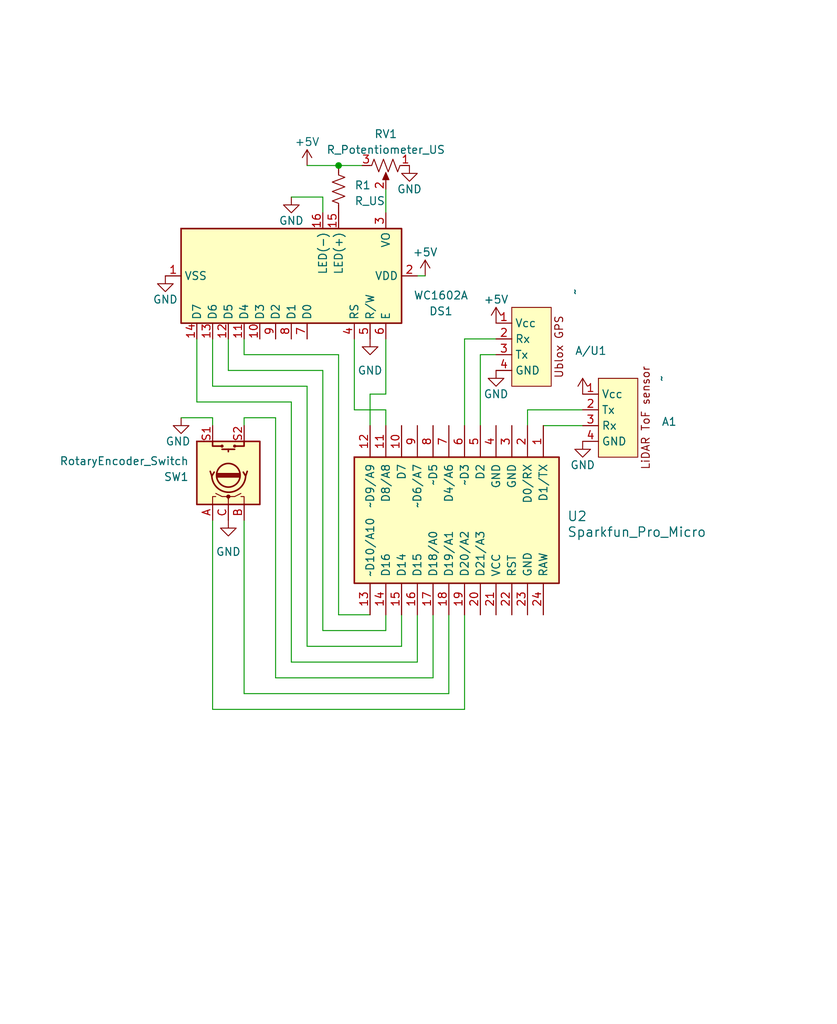
<source format=kicad_sch>
(kicad_sch (version 20230121) (generator eeschema)

  (uuid 45439d31-a558-4d1a-825e-cfd906e21c9b)

  (paper "User" 135.001 164.998)

  (title_block
    (title "RECAS Schematic")
    (date "2023-03-15")
    (rev "2")
    (company "Open-source Safety Analysis Tools (openSAT)")
    (comment 2 "Note: This wiring has not be tested yet, but theoretically works.")
    (comment 3 "Because of this, extra care must be taken to ensure correct wiring.")
    (comment 4 "Note: These components occupy both sides of the protoboard via through-hole connections.")
  )

  (lib_symbols
    (symbol "Arduino:Sparkfun_Pro_Micro" (pin_names (offset 1.016)) (in_bom yes) (on_board yes)
      (property "Reference" "U" (at -8.89 21.59 0)
        (effects (font (size 1.524 1.524)))
      )
      (property "Value" "Sparkfun_Pro_Micro" (at 0 19.05 0)
        (effects (font (size 1.524 1.524)))
      )
      (property "Footprint" "Arduino:Sparkfun_Pro_Micro" (at 0 -16.51 0)
        (effects (font (size 1.524 1.524)) hide)
      )
      (property "Datasheet" "https://www.sparkfun.com/products/12640" (at 2.54 -26.67 0)
        (effects (font (size 1.524 1.524)) hide)
      )
      (property "ki_keywords" "Arduino Sparkfun pro micro microcontroller module USB" (at 0 0 0)
        (effects (font (size 1.27 1.27)) hide)
      )
      (property "ki_description" "Sparkfun Pro Micro" (at 0 0 0)
        (effects (font (size 1.27 1.27)) hide)
      )
      (symbol "Sparkfun_Pro_Micro_0_1"
        (rectangle (start -10.16 17.78) (end 10.16 -15.24)
          (stroke (width 0.254) (type solid))
          (fill (type background))
        )
      )
      (symbol "Sparkfun_Pro_Micro_1_1"
        (pin bidirectional line (at -15.24 15.24 0) (length 5.08)
          (name "D1/TX" (effects (font (size 1.27 1.27))))
          (number "1" (effects (font (size 1.27 1.27))))
        )
        (pin bidirectional line (at -15.24 -7.62 0) (length 5.08)
          (name "D7" (effects (font (size 1.27 1.27))))
          (number "10" (effects (font (size 1.27 1.27))))
        )
        (pin bidirectional line (at -15.24 -10.16 0) (length 5.08)
          (name "D8/A8" (effects (font (size 1.27 1.27))))
          (number "11" (effects (font (size 1.27 1.27))))
        )
        (pin bidirectional line (at -15.24 -12.7 0) (length 5.08)
          (name "~D9/A9" (effects (font (size 1.27 1.27))))
          (number "12" (effects (font (size 1.27 1.27))))
        )
        (pin bidirectional line (at 15.24 -12.7 180) (length 5.08)
          (name "~D10/A10" (effects (font (size 1.27 1.27))))
          (number "13" (effects (font (size 1.27 1.27))))
        )
        (pin bidirectional line (at 15.24 -10.16 180) (length 5.08)
          (name "D16" (effects (font (size 1.27 1.27))))
          (number "14" (effects (font (size 1.27 1.27))))
        )
        (pin bidirectional line (at 15.24 -7.62 180) (length 5.08)
          (name "D14" (effects (font (size 1.27 1.27))))
          (number "15" (effects (font (size 1.27 1.27))))
        )
        (pin bidirectional line (at 15.24 -5.08 180) (length 5.08)
          (name "D15" (effects (font (size 1.27 1.27))))
          (number "16" (effects (font (size 1.27 1.27))))
        )
        (pin bidirectional line (at 15.24 -2.54 180) (length 5.08)
          (name "D18/A0" (effects (font (size 1.27 1.27))))
          (number "17" (effects (font (size 1.27 1.27))))
        )
        (pin bidirectional line (at 15.24 0 180) (length 5.08)
          (name "D19/A1" (effects (font (size 1.27 1.27))))
          (number "18" (effects (font (size 1.27 1.27))))
        )
        (pin bidirectional line (at 15.24 2.54 180) (length 5.08)
          (name "D20/A2" (effects (font (size 1.27 1.27))))
          (number "19" (effects (font (size 1.27 1.27))))
        )
        (pin bidirectional line (at -15.24 12.7 0) (length 5.08)
          (name "D0/RX" (effects (font (size 1.27 1.27))))
          (number "2" (effects (font (size 1.27 1.27))))
        )
        (pin bidirectional line (at 15.24 5.08 180) (length 5.08)
          (name "D21/A3" (effects (font (size 1.27 1.27))))
          (number "20" (effects (font (size 1.27 1.27))))
        )
        (pin power_in line (at 15.24 7.62 180) (length 5.08)
          (name "VCC" (effects (font (size 1.27 1.27))))
          (number "21" (effects (font (size 1.27 1.27))))
        )
        (pin input line (at 15.24 10.16 180) (length 5.08)
          (name "RST" (effects (font (size 1.27 1.27))))
          (number "22" (effects (font (size 1.27 1.27))))
        )
        (pin power_in line (at 15.24 12.7 180) (length 5.08)
          (name "GND" (effects (font (size 1.27 1.27))))
          (number "23" (effects (font (size 1.27 1.27))))
        )
        (pin power_in line (at 15.24 15.24 180) (length 5.08)
          (name "RAW" (effects (font (size 1.27 1.27))))
          (number "24" (effects (font (size 1.27 1.27))))
        )
        (pin power_in line (at -15.24 10.16 0) (length 5.08)
          (name "GND" (effects (font (size 1.27 1.27))))
          (number "3" (effects (font (size 1.27 1.27))))
        )
        (pin power_in line (at -15.24 7.62 0) (length 5.08)
          (name "GND" (effects (font (size 1.27 1.27))))
          (number "4" (effects (font (size 1.27 1.27))))
        )
        (pin bidirectional line (at -15.24 5.08 0) (length 5.08)
          (name "D2" (effects (font (size 1.27 1.27))))
          (number "5" (effects (font (size 1.27 1.27))))
        )
        (pin bidirectional line (at -15.24 2.54 0) (length 5.08)
          (name "~D3" (effects (font (size 1.27 1.27))))
          (number "6" (effects (font (size 1.27 1.27))))
        )
        (pin bidirectional line (at -15.24 0 0) (length 5.08)
          (name "D4/A6" (effects (font (size 1.27 1.27))))
          (number "7" (effects (font (size 1.27 1.27))))
        )
        (pin bidirectional line (at -15.24 -2.54 0) (length 5.08)
          (name "~D5" (effects (font (size 1.27 1.27))))
          (number "8" (effects (font (size 1.27 1.27))))
        )
        (pin bidirectional line (at -15.24 -5.08 0) (length 5.08)
          (name "~D6/A7" (effects (font (size 1.27 1.27))))
          (number "9" (effects (font (size 1.27 1.27))))
        )
      )
    )
    (symbol "Device:R_Potentiometer_US" (pin_names (offset 1.016) hide) (in_bom yes) (on_board yes)
      (property "Reference" "RV" (at -4.445 0 90)
        (effects (font (size 1.27 1.27)))
      )
      (property "Value" "R_Potentiometer_US" (at -2.54 0 90)
        (effects (font (size 1.27 1.27)))
      )
      (property "Footprint" "" (at 0 0 0)
        (effects (font (size 1.27 1.27)) hide)
      )
      (property "Datasheet" "~" (at 0 0 0)
        (effects (font (size 1.27 1.27)) hide)
      )
      (property "ki_keywords" "resistor variable" (at 0 0 0)
        (effects (font (size 1.27 1.27)) hide)
      )
      (property "ki_description" "Potentiometer, US symbol" (at 0 0 0)
        (effects (font (size 1.27 1.27)) hide)
      )
      (property "ki_fp_filters" "Potentiometer*" (at 0 0 0)
        (effects (font (size 1.27 1.27)) hide)
      )
      (symbol "R_Potentiometer_US_0_1"
        (polyline
          (pts
            (xy 0 -2.286)
            (xy 0 -2.54)
          )
          (stroke (width 0) (type default))
          (fill (type none))
        )
        (polyline
          (pts
            (xy 0 2.54)
            (xy 0 2.286)
          )
          (stroke (width 0) (type default))
          (fill (type none))
        )
        (polyline
          (pts
            (xy 2.54 0)
            (xy 1.524 0)
          )
          (stroke (width 0) (type default))
          (fill (type none))
        )
        (polyline
          (pts
            (xy 1.143 0)
            (xy 2.286 0.508)
            (xy 2.286 -0.508)
            (xy 1.143 0)
          )
          (stroke (width 0) (type default))
          (fill (type outline))
        )
        (polyline
          (pts
            (xy 0 -0.762)
            (xy 1.016 -1.143)
            (xy 0 -1.524)
            (xy -1.016 -1.905)
            (xy 0 -2.286)
          )
          (stroke (width 0) (type default))
          (fill (type none))
        )
        (polyline
          (pts
            (xy 0 0.762)
            (xy 1.016 0.381)
            (xy 0 0)
            (xy -1.016 -0.381)
            (xy 0 -0.762)
          )
          (stroke (width 0) (type default))
          (fill (type none))
        )
        (polyline
          (pts
            (xy 0 2.286)
            (xy 1.016 1.905)
            (xy 0 1.524)
            (xy -1.016 1.143)
            (xy 0 0.762)
          )
          (stroke (width 0) (type default))
          (fill (type none))
        )
      )
      (symbol "R_Potentiometer_US_1_1"
        (pin passive line (at 0 3.81 270) (length 1.27)
          (name "1" (effects (font (size 1.27 1.27))))
          (number "1" (effects (font (size 1.27 1.27))))
        )
        (pin passive line (at 3.81 0 180) (length 1.27)
          (name "2" (effects (font (size 1.27 1.27))))
          (number "2" (effects (font (size 1.27 1.27))))
        )
        (pin passive line (at 0 -3.81 90) (length 1.27)
          (name "3" (effects (font (size 1.27 1.27))))
          (number "3" (effects (font (size 1.27 1.27))))
        )
      )
    )
    (symbol "Device:R_US" (pin_numbers hide) (pin_names (offset 0)) (in_bom yes) (on_board yes)
      (property "Reference" "R" (at 2.54 0 90)
        (effects (font (size 1.27 1.27)))
      )
      (property "Value" "R_US" (at -2.54 0 90)
        (effects (font (size 1.27 1.27)))
      )
      (property "Footprint" "" (at 1.016 -0.254 90)
        (effects (font (size 1.27 1.27)) hide)
      )
      (property "Datasheet" "~" (at 0 0 0)
        (effects (font (size 1.27 1.27)) hide)
      )
      (property "ki_keywords" "R res resistor" (at 0 0 0)
        (effects (font (size 1.27 1.27)) hide)
      )
      (property "ki_description" "Resistor, US symbol" (at 0 0 0)
        (effects (font (size 1.27 1.27)) hide)
      )
      (property "ki_fp_filters" "R_*" (at 0 0 0)
        (effects (font (size 1.27 1.27)) hide)
      )
      (symbol "R_US_0_1"
        (polyline
          (pts
            (xy 0 -2.286)
            (xy 0 -2.54)
          )
          (stroke (width 0) (type default))
          (fill (type none))
        )
        (polyline
          (pts
            (xy 0 2.286)
            (xy 0 2.54)
          )
          (stroke (width 0) (type default))
          (fill (type none))
        )
        (polyline
          (pts
            (xy 0 -0.762)
            (xy 1.016 -1.143)
            (xy 0 -1.524)
            (xy -1.016 -1.905)
            (xy 0 -2.286)
          )
          (stroke (width 0) (type default))
          (fill (type none))
        )
        (polyline
          (pts
            (xy 0 0.762)
            (xy 1.016 0.381)
            (xy 0 0)
            (xy -1.016 -0.381)
            (xy 0 -0.762)
          )
          (stroke (width 0) (type default))
          (fill (type none))
        )
        (polyline
          (pts
            (xy 0 2.286)
            (xy 1.016 1.905)
            (xy 0 1.524)
            (xy -1.016 1.143)
            (xy 0 0.762)
          )
          (stroke (width 0) (type default))
          (fill (type none))
        )
      )
      (symbol "R_US_1_1"
        (pin passive line (at 0 3.81 270) (length 1.27)
          (name "~" (effects (font (size 1.27 1.27))))
          (number "1" (effects (font (size 1.27 1.27))))
        )
        (pin passive line (at 0 -3.81 90) (length 1.27)
          (name "~" (effects (font (size 1.27 1.27))))
          (number "2" (effects (font (size 1.27 1.27))))
        )
      )
    )
    (symbol "Device:RotaryEncoder_Switch" (pin_names (offset 0.254) hide) (in_bom yes) (on_board yes)
      (property "Reference" "SW" (at 0 6.604 0)
        (effects (font (size 1.27 1.27)))
      )
      (property "Value" "RotaryEncoder_Switch" (at 0 -6.604 0)
        (effects (font (size 1.27 1.27)))
      )
      (property "Footprint" "" (at -3.81 4.064 0)
        (effects (font (size 1.27 1.27)) hide)
      )
      (property "Datasheet" "~" (at 0 6.604 0)
        (effects (font (size 1.27 1.27)) hide)
      )
      (property "ki_keywords" "rotary switch encoder switch push button" (at 0 0 0)
        (effects (font (size 1.27 1.27)) hide)
      )
      (property "ki_description" "Rotary encoder, dual channel, incremental quadrate outputs, with switch" (at 0 0 0)
        (effects (font (size 1.27 1.27)) hide)
      )
      (property "ki_fp_filters" "RotaryEncoder*Switch*" (at 0 0 0)
        (effects (font (size 1.27 1.27)) hide)
      )
      (symbol "RotaryEncoder_Switch_0_1"
        (rectangle (start -5.08 5.08) (end 5.08 -5.08)
          (stroke (width 0.254) (type default))
          (fill (type background))
        )
        (circle (center -3.81 0) (radius 0.254)
          (stroke (width 0) (type default))
          (fill (type outline))
        )
        (circle (center -0.381 0) (radius 1.905)
          (stroke (width 0.254) (type default))
          (fill (type none))
        )
        (arc (start -0.381 2.667) (mid -3.0988 -0.0635) (end -0.381 -2.794)
          (stroke (width 0.254) (type default))
          (fill (type none))
        )
        (polyline
          (pts
            (xy -0.635 -1.778)
            (xy -0.635 1.778)
          )
          (stroke (width 0.254) (type default))
          (fill (type none))
        )
        (polyline
          (pts
            (xy -0.381 -1.778)
            (xy -0.381 1.778)
          )
          (stroke (width 0.254) (type default))
          (fill (type none))
        )
        (polyline
          (pts
            (xy -0.127 1.778)
            (xy -0.127 -1.778)
          )
          (stroke (width 0.254) (type default))
          (fill (type none))
        )
        (polyline
          (pts
            (xy 3.81 0)
            (xy 3.429 0)
          )
          (stroke (width 0.254) (type default))
          (fill (type none))
        )
        (polyline
          (pts
            (xy 3.81 1.016)
            (xy 3.81 -1.016)
          )
          (stroke (width 0.254) (type default))
          (fill (type none))
        )
        (polyline
          (pts
            (xy -5.08 -2.54)
            (xy -3.81 -2.54)
            (xy -3.81 -2.032)
          )
          (stroke (width 0) (type default))
          (fill (type none))
        )
        (polyline
          (pts
            (xy -5.08 2.54)
            (xy -3.81 2.54)
            (xy -3.81 2.032)
          )
          (stroke (width 0) (type default))
          (fill (type none))
        )
        (polyline
          (pts
            (xy 0.254 -3.048)
            (xy -0.508 -2.794)
            (xy 0.127 -2.413)
          )
          (stroke (width 0.254) (type default))
          (fill (type none))
        )
        (polyline
          (pts
            (xy 0.254 2.921)
            (xy -0.508 2.667)
            (xy 0.127 2.286)
          )
          (stroke (width 0.254) (type default))
          (fill (type none))
        )
        (polyline
          (pts
            (xy 5.08 -2.54)
            (xy 4.318 -2.54)
            (xy 4.318 -1.016)
          )
          (stroke (width 0.254) (type default))
          (fill (type none))
        )
        (polyline
          (pts
            (xy 5.08 2.54)
            (xy 4.318 2.54)
            (xy 4.318 1.016)
          )
          (stroke (width 0.254) (type default))
          (fill (type none))
        )
        (polyline
          (pts
            (xy -5.08 0)
            (xy -3.81 0)
            (xy -3.81 -1.016)
            (xy -3.302 -2.032)
          )
          (stroke (width 0) (type default))
          (fill (type none))
        )
        (polyline
          (pts
            (xy -4.318 0)
            (xy -3.81 0)
            (xy -3.81 1.016)
            (xy -3.302 2.032)
          )
          (stroke (width 0) (type default))
          (fill (type none))
        )
        (circle (center 4.318 -1.016) (radius 0.127)
          (stroke (width 0.254) (type default))
          (fill (type none))
        )
        (circle (center 4.318 1.016) (radius 0.127)
          (stroke (width 0.254) (type default))
          (fill (type none))
        )
      )
      (symbol "RotaryEncoder_Switch_1_1"
        (pin passive line (at -7.62 2.54 0) (length 2.54)
          (name "A" (effects (font (size 1.27 1.27))))
          (number "A" (effects (font (size 1.27 1.27))))
        )
        (pin passive line (at -7.62 -2.54 0) (length 2.54)
          (name "B" (effects (font (size 1.27 1.27))))
          (number "B" (effects (font (size 1.27 1.27))))
        )
        (pin passive line (at -7.62 0 0) (length 2.54)
          (name "C" (effects (font (size 1.27 1.27))))
          (number "C" (effects (font (size 1.27 1.27))))
        )
        (pin passive line (at 7.62 2.54 180) (length 2.54)
          (name "S1" (effects (font (size 1.27 1.27))))
          (number "S1" (effects (font (size 1.27 1.27))))
        )
        (pin passive line (at 7.62 -2.54 180) (length 2.54)
          (name "S2" (effects (font (size 1.27 1.27))))
          (number "S2" (effects (font (size 1.27 1.27))))
        )
      )
    )
    (symbol "Display_Character:WC1602A" (in_bom yes) (on_board yes)
      (property "Reference" "DS" (at -5.842 19.05 0)
        (effects (font (size 1.27 1.27)))
      )
      (property "Value" "WC1602A" (at 5.334 19.05 0)
        (effects (font (size 1.27 1.27)))
      )
      (property "Footprint" "Display:WC1602A" (at 0 -22.86 0)
        (effects (font (size 1.27 1.27) italic) hide)
      )
      (property "Datasheet" "http://www.wincomlcd.com/pdf/WC1602A-SFYLYHTC06.pdf" (at 17.78 0 0)
        (effects (font (size 1.27 1.27)) hide)
      )
      (property "ki_keywords" "display LCD dot-matrix" (at 0 0 0)
        (effects (font (size 1.27 1.27)) hide)
      )
      (property "ki_description" "LCD 16x2 Alphanumeric , 8 bit parallel bus, 5V VDD" (at 0 0 0)
        (effects (font (size 1.27 1.27)) hide)
      )
      (property "ki_fp_filters" "*WC*1602A*" (at 0 0 0)
        (effects (font (size 1.27 1.27)) hide)
      )
      (symbol "WC1602A_1_1"
        (rectangle (start -7.62 17.78) (end 7.62 -17.78)
          (stroke (width 0.254) (type default))
          (fill (type background))
        )
        (pin power_in line (at 0 -20.32 90) (length 2.54)
          (name "VSS" (effects (font (size 1.27 1.27))))
          (number "1" (effects (font (size 1.27 1.27))))
        )
        (pin input line (at -10.16 -5.08 0) (length 2.54)
          (name "D3" (effects (font (size 1.27 1.27))))
          (number "10" (effects (font (size 1.27 1.27))))
        )
        (pin input line (at -10.16 -7.62 0) (length 2.54)
          (name "D4" (effects (font (size 1.27 1.27))))
          (number "11" (effects (font (size 1.27 1.27))))
        )
        (pin input line (at -10.16 -10.16 0) (length 2.54)
          (name "D5" (effects (font (size 1.27 1.27))))
          (number "12" (effects (font (size 1.27 1.27))))
        )
        (pin input line (at -10.16 -12.7 0) (length 2.54)
          (name "D6" (effects (font (size 1.27 1.27))))
          (number "13" (effects (font (size 1.27 1.27))))
        )
        (pin input line (at -10.16 -15.24 0) (length 2.54)
          (name "D7" (effects (font (size 1.27 1.27))))
          (number "14" (effects (font (size 1.27 1.27))))
        )
        (pin power_in line (at 10.16 7.62 180) (length 2.54)
          (name "LED(+)" (effects (font (size 1.27 1.27))))
          (number "15" (effects (font (size 1.27 1.27))))
        )
        (pin power_in line (at 10.16 5.08 180) (length 2.54)
          (name "LED(-)" (effects (font (size 1.27 1.27))))
          (number "16" (effects (font (size 1.27 1.27))))
        )
        (pin power_in line (at 0 20.32 270) (length 2.54)
          (name "VDD" (effects (font (size 1.27 1.27))))
          (number "2" (effects (font (size 1.27 1.27))))
        )
        (pin input line (at 10.16 15.24 180) (length 2.54)
          (name "VO" (effects (font (size 1.27 1.27))))
          (number "3" (effects (font (size 1.27 1.27))))
        )
        (pin input line (at -10.16 10.16 0) (length 2.54)
          (name "RS" (effects (font (size 1.27 1.27))))
          (number "4" (effects (font (size 1.27 1.27))))
        )
        (pin input line (at -10.16 12.7 0) (length 2.54)
          (name "R/W" (effects (font (size 1.27 1.27))))
          (number "5" (effects (font (size 1.27 1.27))))
        )
        (pin input line (at -10.16 15.24 0) (length 2.54)
          (name "E" (effects (font (size 1.27 1.27))))
          (number "6" (effects (font (size 1.27 1.27))))
        )
        (pin input line (at -10.16 2.54 0) (length 2.54)
          (name "D0" (effects (font (size 1.27 1.27))))
          (number "7" (effects (font (size 1.27 1.27))))
        )
        (pin input line (at -10.16 0 0) (length 2.54)
          (name "D1" (effects (font (size 1.27 1.27))))
          (number "8" (effects (font (size 1.27 1.27))))
        )
        (pin input line (at -10.16 -2.54 0) (length 2.54)
          (name "D2" (effects (font (size 1.27 1.27))))
          (number "9" (effects (font (size 1.27 1.27))))
        )
      )
    )
    (symbol "openSAT:GPS_Board" (in_bom yes) (on_board yes)
      (property "Reference" "A/U" (at 0 0 0)
        (effects (font (size 1.27 1.27)))
      )
      (property "Value" "" (at 0 0 0)
        (effects (font (size 1.27 1.27)))
      )
      (property "Footprint" "" (at 0 0 0)
        (effects (font (size 1.27 1.27)) hide)
      )
      (property "Datasheet" "" (at 0 0 0)
        (effects (font (size 1.27 1.27)) hide)
      )
      (symbol "GPS_Board_1_1"
        (rectangle (start 2.54 -3.81) (end 15.24 -10.16)
          (stroke (width 0) (type default))
          (fill (type background))
        )
        (text "Ublox GPS" (at 8.89 -2.54 0)
          (effects (font (size 1.27 1.27)))
        )
        (pin power_in line (at 5.08 -12.7 90) (length 2.54)
          (name "Vcc" (effects (font (size 1.27 1.27))))
          (number "1" (effects (font (size 1.27 1.27))))
        )
        (pin input line (at 7.62 -12.7 90) (length 2.54)
          (name "Rx" (effects (font (size 1.27 1.27))))
          (number "2" (effects (font (size 1.27 1.27))))
        )
        (pin output line (at 10.16 -12.7 90) (length 2.54)
          (name "Tx" (effects (font (size 1.27 1.27))))
          (number "3" (effects (font (size 1.27 1.27))))
        )
        (pin power_out line (at 12.7 -12.7 90) (length 2.54)
          (name "GND" (effects (font (size 1.27 1.27))))
          (number "4" (effects (font (size 1.27 1.27))))
        )
      )
    )
    (symbol "openSAT:Terabee_LiDAR_ToF_Sensor" (in_bom yes) (on_board yes)
      (property "Reference" "A" (at 0 0 0)
        (effects (font (size 1.27 1.27)))
      )
      (property "Value" "" (at 2.54 0 0)
        (effects (font (size 1.27 1.27)))
      )
      (property "Footprint" "" (at 2.54 0 0)
        (effects (font (size 1.27 1.27)) hide)
      )
      (property "Datasheet" "" (at 2.54 0 0)
        (effects (font (size 1.27 1.27)) hide)
      )
      (symbol "Terabee_LiDAR_ToF_Sensor_1_1"
        (rectangle (start 2.54 -3.81) (end 15.24 -10.16)
          (stroke (width 0) (type default))
          (fill (type background))
        )
        (text "LiDAR ToF sensor" (at 8.89 -2.54 0)
          (effects (font (size 1.27 1.27)))
        )
        (pin power_in line (at 5.08 -12.7 90) (length 2.54)
          (name "Vcc" (effects (font (size 1.27 1.27))))
          (number "1" (effects (font (size 1.27 1.27))))
        )
        (pin output line (at 7.62 -12.7 90) (length 2.54)
          (name "Tx" (effects (font (size 1.27 1.27))))
          (number "2" (effects (font (size 1.27 1.27))))
        )
        (pin input line (at 10.16 -12.7 90) (length 2.54)
          (name "Rx" (effects (font (size 1.27 1.27))))
          (number "3" (effects (font (size 1.27 1.27))))
        )
        (pin power_out line (at 12.7 -12.7 90) (length 2.54)
          (name "GND" (effects (font (size 1.27 1.27))))
          (number "4" (effects (font (size 1.27 1.27))))
        )
      )
    )
    (symbol "power:+5V" (power) (pin_names (offset 0)) (in_bom yes) (on_board yes)
      (property "Reference" "#PWR" (at 0 -3.81 0)
        (effects (font (size 1.27 1.27)) hide)
      )
      (property "Value" "+5V" (at 0 3.556 0)
        (effects (font (size 1.27 1.27)))
      )
      (property "Footprint" "" (at 0 0 0)
        (effects (font (size 1.27 1.27)) hide)
      )
      (property "Datasheet" "" (at 0 0 0)
        (effects (font (size 1.27 1.27)) hide)
      )
      (property "ki_keywords" "global power" (at 0 0 0)
        (effects (font (size 1.27 1.27)) hide)
      )
      (property "ki_description" "Power symbol creates a global label with name \"+5V\"" (at 0 0 0)
        (effects (font (size 1.27 1.27)) hide)
      )
      (symbol "+5V_0_1"
        (polyline
          (pts
            (xy -0.762 1.27)
            (xy 0 2.54)
          )
          (stroke (width 0) (type default))
          (fill (type none))
        )
        (polyline
          (pts
            (xy 0 0)
            (xy 0 2.54)
          )
          (stroke (width 0) (type default))
          (fill (type none))
        )
        (polyline
          (pts
            (xy 0 2.54)
            (xy 0.762 1.27)
          )
          (stroke (width 0) (type default))
          (fill (type none))
        )
      )
      (symbol "+5V_1_1"
        (pin power_in line (at 0 0 90) (length 0) hide
          (name "+5V" (effects (font (size 1.27 1.27))))
          (number "1" (effects (font (size 1.27 1.27))))
        )
      )
    )
    (symbol "power:GND" (power) (pin_names (offset 0)) (in_bom yes) (on_board yes)
      (property "Reference" "#PWR" (at 0 -6.35 0)
        (effects (font (size 1.27 1.27)) hide)
      )
      (property "Value" "GND" (at 0 -3.81 0)
        (effects (font (size 1.27 1.27)))
      )
      (property "Footprint" "" (at 0 0 0)
        (effects (font (size 1.27 1.27)) hide)
      )
      (property "Datasheet" "" (at 0 0 0)
        (effects (font (size 1.27 1.27)) hide)
      )
      (property "ki_keywords" "global power" (at 0 0 0)
        (effects (font (size 1.27 1.27)) hide)
      )
      (property "ki_description" "Power symbol creates a global label with name \"GND\" , ground" (at 0 0 0)
        (effects (font (size 1.27 1.27)) hide)
      )
      (symbol "GND_0_1"
        (polyline
          (pts
            (xy 0 0)
            (xy 0 -1.27)
            (xy 1.27 -1.27)
            (xy 0 -2.54)
            (xy -1.27 -1.27)
            (xy 0 -1.27)
          )
          (stroke (width 0) (type default))
          (fill (type none))
        )
      )
      (symbol "GND_1_1"
        (pin power_in line (at 0 0 270) (length 0) hide
          (name "GND" (effects (font (size 1.27 1.27))))
          (number "1" (effects (font (size 1.27 1.27))))
        )
      )
    )
  )

  (junction (at 54.61 26.67) (diameter 0) (color 0 0 0 0)
    (uuid e09caebc-5adb-4ec4-94da-59470f5c03e4)
  )

  (wire (pts (xy 49.53 26.67) (xy 54.61 26.67))
    (stroke (width 0) (type default))
    (uuid 0228c9b5-bff4-462b-ab68-f408d80fcf1f)
  )
  (wire (pts (xy 59.69 63.5) (xy 59.69 68.58))
    (stroke (width 0) (type default))
    (uuid 0e33d7d3-42f6-404c-b680-e6504d960608)
  )
  (wire (pts (xy 46.99 64.77) (xy 31.75 64.77))
    (stroke (width 0) (type default))
    (uuid 15ae5179-8d8d-4470-8f69-d627d26a4156)
  )
  (wire (pts (xy 34.29 67.31) (xy 34.29 68.58))
    (stroke (width 0) (type default))
    (uuid 1c2fdb27-b764-4f7d-962a-9de29763a61a)
  )
  (wire (pts (xy 52.07 59.69) (xy 36.83 59.69))
    (stroke (width 0) (type default))
    (uuid 1ec2120d-d025-449b-b25a-4f0dd46c510b)
  )
  (wire (pts (xy 52.07 59.69) (xy 52.07 101.6))
    (stroke (width 0) (type default))
    (uuid 254cd356-0715-4cc9-b6b3-b3eb4b9e85c7)
  )
  (wire (pts (xy 74.93 54.61) (xy 74.93 68.58))
    (stroke (width 0) (type default))
    (uuid 296b3a1e-904c-4e27-a45b-2beabee7e5ac)
  )
  (wire (pts (xy 87.63 68.58) (xy 93.98 68.58))
    (stroke (width 0) (type default))
    (uuid 2c593b36-27d9-4669-b717-c01cd9b7dd5a)
  )
  (wire (pts (xy 80.01 54.61) (xy 74.93 54.61))
    (stroke (width 0) (type default))
    (uuid 2dace809-3598-4e15-964e-5eec61f3e147)
  )
  (wire (pts (xy 44.45 67.31) (xy 39.37 67.31))
    (stroke (width 0) (type default))
    (uuid 2e5be319-d918-416e-8458-51f54d297de2)
  )
  (wire (pts (xy 36.83 59.69) (xy 36.83 54.61))
    (stroke (width 0) (type default))
    (uuid 30eb61b9-161e-41dd-95fa-b01586229597)
  )
  (wire (pts (xy 62.23 30.48) (xy 62.23 34.29))
    (stroke (width 0) (type default))
    (uuid 31043729-7a91-4e84-8598-b7e084747e8c)
  )
  (wire (pts (xy 80.01 57.15) (xy 77.47 57.15))
    (stroke (width 0) (type default))
    (uuid 33686074-675f-47a0-a952-38fc089382af)
  )
  (wire (pts (xy 52.07 34.29) (xy 52.07 31.75))
    (stroke (width 0) (type default))
    (uuid 343a5c44-9907-4ead-8d44-55020da5de3a)
  )
  (wire (pts (xy 44.45 67.31) (xy 44.45 109.22))
    (stroke (width 0) (type default))
    (uuid 3fbaf0d7-d6bf-4344-a221-c4b7e9be330d)
  )
  (wire (pts (xy 62.23 54.61) (xy 62.23 63.5))
    (stroke (width 0) (type default))
    (uuid 50634e87-1a6c-475a-8fdf-e165a1de59f0)
  )
  (wire (pts (xy 39.37 83.82) (xy 39.37 111.76))
    (stroke (width 0) (type default))
    (uuid 5255d26e-e282-471c-98bd-e2d30376b48d)
  )
  (wire (pts (xy 85.09 66.04) (xy 85.09 68.58))
    (stroke (width 0) (type default))
    (uuid 568186af-74ca-47bd-b568-9c88072df4c6)
  )
  (wire (pts (xy 57.15 66.04) (xy 62.23 66.04))
    (stroke (width 0) (type default))
    (uuid 57a0c439-7610-4b56-88a8-e415e1a97efc)
  )
  (wire (pts (xy 49.53 104.14) (xy 64.77 104.14))
    (stroke (width 0) (type default))
    (uuid 5a48df93-9bee-40fc-aeb9-5a2db7e2d812)
  )
  (wire (pts (xy 39.37 67.31) (xy 39.37 68.58))
    (stroke (width 0) (type default))
    (uuid 5bfc909f-8aaf-4182-9b68-c623c87c9763)
  )
  (wire (pts (xy 49.53 62.23) (xy 49.53 104.14))
    (stroke (width 0) (type default))
    (uuid 5e0ea347-30a7-4734-9ecb-59966a7efc7a)
  )
  (wire (pts (xy 57.15 54.61) (xy 57.15 66.04))
    (stroke (width 0) (type default))
    (uuid 5f483289-a7b2-4448-ad68-559f0f0dd71a)
  )
  (wire (pts (xy 62.23 66.04) (xy 62.23 68.58))
    (stroke (width 0) (type default))
    (uuid 663a13b7-0dd8-421f-83df-a1715256b223)
  )
  (wire (pts (xy 39.37 111.76) (xy 72.39 111.76))
    (stroke (width 0) (type default))
    (uuid 6ce9bb32-42fe-4fd1-b694-3243632fced4)
  )
  (wire (pts (xy 69.85 109.22) (xy 69.85 99.06))
    (stroke (width 0) (type default))
    (uuid 7bd7aea0-1860-421d-b2c5-ae5f40a5cfe8)
  )
  (wire (pts (xy 34.29 114.3) (xy 74.93 114.3))
    (stroke (width 0) (type default))
    (uuid 7c21bf36-20a2-4bbe-bbb4-14b177eb92c1)
  )
  (wire (pts (xy 46.99 106.68) (xy 67.31 106.68))
    (stroke (width 0) (type default))
    (uuid 7f460d9e-4c7e-4bf1-970c-1faa0c03f55c)
  )
  (wire (pts (xy 34.29 62.23) (xy 34.29 54.61))
    (stroke (width 0) (type default))
    (uuid 83f18e18-1747-4273-9826-de67eb5c0d5a)
  )
  (wire (pts (xy 54.61 57.15) (xy 54.61 99.06))
    (stroke (width 0) (type default))
    (uuid 8daa8563-555e-4999-808f-aa6730e9142a)
  )
  (wire (pts (xy 54.61 26.67) (xy 58.42 26.67))
    (stroke (width 0) (type default))
    (uuid 8e39ae2e-391f-440e-9be1-6eec77e883fe)
  )
  (wire (pts (xy 74.93 114.3) (xy 74.93 99.06))
    (stroke (width 0) (type default))
    (uuid 8fc0cc52-f0ce-4bd7-95af-21c5e40fecd4)
  )
  (wire (pts (xy 31.75 64.77) (xy 31.75 54.61))
    (stroke (width 0) (type default))
    (uuid 91b25b91-0a63-4360-99a4-fbd89df57fea)
  )
  (wire (pts (xy 46.99 64.77) (xy 46.99 106.68))
    (stroke (width 0) (type default))
    (uuid 98270b2a-34c2-4b8d-88d3-1488ea221a06)
  )
  (wire (pts (xy 68.58 44.45) (xy 67.31 44.45))
    (stroke (width 0) (type default))
    (uuid a1fd2f50-a185-448f-8ed2-db434271a9d7)
  )
  (wire (pts (xy 64.77 104.14) (xy 64.77 99.06))
    (stroke (width 0) (type default))
    (uuid a92d3d15-92d6-43ac-b238-576e4888eb92)
  )
  (wire (pts (xy 62.23 101.6) (xy 62.23 99.06))
    (stroke (width 0) (type default))
    (uuid aa684287-3b79-4894-a373-d103c18f9d70)
  )
  (wire (pts (xy 62.23 63.5) (xy 59.69 63.5))
    (stroke (width 0) (type default))
    (uuid adaa901b-0932-426c-9086-95507f49b7e9)
  )
  (wire (pts (xy 49.53 62.23) (xy 34.29 62.23))
    (stroke (width 0) (type default))
    (uuid afa036b5-3056-42a0-8a97-51548c1a51e5)
  )
  (wire (pts (xy 77.47 57.15) (xy 77.47 68.58))
    (stroke (width 0) (type default))
    (uuid b6380de0-b5b4-4516-92be-25e9012df681)
  )
  (wire (pts (xy 52.07 101.6) (xy 62.23 101.6))
    (stroke (width 0) (type default))
    (uuid b7ba29a0-7222-4176-a267-6c6c8423fc3a)
  )
  (wire (pts (xy 85.09 66.04) (xy 93.98 66.04))
    (stroke (width 0) (type default))
    (uuid b81cb11b-9a04-4845-9965-a3c305e81db6)
  )
  (wire (pts (xy 54.61 99.06) (xy 59.69 99.06))
    (stroke (width 0) (type default))
    (uuid c16ebeaa-8c99-409c-9985-3e5ba227087c)
  )
  (wire (pts (xy 39.37 57.15) (xy 39.37 54.61))
    (stroke (width 0) (type default))
    (uuid c2dcb73d-32d1-4f56-8a92-92a56e7f11e7)
  )
  (wire (pts (xy 29.21 67.31) (xy 34.29 67.31))
    (stroke (width 0) (type default))
    (uuid c46ae065-f5f4-4d2e-a74b-73436449f9ee)
  )
  (wire (pts (xy 52.07 31.75) (xy 46.99 31.75))
    (stroke (width 0) (type default))
    (uuid d9e030d9-26cc-4ff6-bb3d-9ff29af13032)
  )
  (wire (pts (xy 54.61 57.15) (xy 39.37 57.15))
    (stroke (width 0) (type default))
    (uuid ee6bf93f-9fc8-48e6-b5a9-82fc46475112)
  )
  (wire (pts (xy 67.31 106.68) (xy 67.31 99.06))
    (stroke (width 0) (type default))
    (uuid efea5725-2642-4629-b95f-a07094bcdf16)
  )
  (wire (pts (xy 44.45 109.22) (xy 69.85 109.22))
    (stroke (width 0) (type default))
    (uuid f285fc9f-ff3f-4c03-a9bd-a45be256207f)
  )
  (wire (pts (xy 34.29 83.82) (xy 34.29 114.3))
    (stroke (width 0) (type default))
    (uuid f33a8565-0e71-448e-9d04-256e0f0d87de)
  )
  (wire (pts (xy 72.39 111.76) (xy 72.39 99.06))
    (stroke (width 0) (type default))
    (uuid fb8f0da9-a5ac-4588-a9c3-418dc73820c9)
  )

  (symbol (lib_id "Device:R_Potentiometer_US") (at 62.23 26.67 270) (unit 1)
    (in_bom yes) (on_board yes) (dnp no) (fields_autoplaced)
    (uuid 008c9b2c-f705-4904-9329-9d6c668fc9c6)
    (property "Reference" "RV1" (at 62.23 21.59 90)
      (effects (font (size 1.27 1.27)))
    )
    (property "Value" "R_Potentiometer_US" (at 62.23 24.13 90)
      (effects (font (size 1.27 1.27)))
    )
    (property "Footprint" "" (at 62.23 26.67 0)
      (effects (font (size 1.27 1.27)) hide)
    )
    (property "Datasheet" "~" (at 62.23 26.67 0)
      (effects (font (size 1.27 1.27)) hide)
    )
    (pin "1" (uuid 0418183c-0d1e-4b22-8aa1-c0764758c454))
    (pin "2" (uuid 84e1950c-12d5-4cd1-b8b8-045e69d2905c))
    (pin "3" (uuid 92125808-db6e-4f0c-b216-6e208dc1e116))
    (instances
      (project "recas-schematic"
        (path "/45439d31-a558-4d1a-825e-cfd906e21c9b"
          (reference "RV1") (unit 1)
        )
      )
    )
  )

  (symbol (lib_id "power:GND") (at 29.21 67.31 0) (unit 1)
    (in_bom yes) (on_board yes) (dnp no)
    (uuid 0f70bf81-3043-47c3-bb16-26274d088a12)
    (property "Reference" "#PWR011" (at 29.21 73.66 0)
      (effects (font (size 1.27 1.27)) hide)
    )
    (property "Value" "GND" (at 26.67 71.12 0)
      (effects (font (size 1.27 1.27)) (justify left))
    )
    (property "Footprint" "" (at 29.21 67.31 0)
      (effects (font (size 1.27 1.27)) hide)
    )
    (property "Datasheet" "" (at 29.21 67.31 0)
      (effects (font (size 1.27 1.27)) hide)
    )
    (pin "1" (uuid 183bc92e-65b7-4f4f-ae7f-85bf34876e05))
    (instances
      (project "recas-schematic"
        (path "/45439d31-a558-4d1a-825e-cfd906e21c9b"
          (reference "#PWR011") (unit 1)
        )
      )
    )
  )

  (symbol (lib_id "power:GND") (at 66.04 26.67 0) (unit 1)
    (in_bom yes) (on_board yes) (dnp no)
    (uuid 10834eb7-04d8-43ad-a04c-9e9490394356)
    (property "Reference" "#PWR05" (at 66.04 33.02 0)
      (effects (font (size 1.27 1.27)) hide)
    )
    (property "Value" "GND" (at 66.04 30.48 0)
      (effects (font (size 1.27 1.27)))
    )
    (property "Footprint" "" (at 66.04 26.67 0)
      (effects (font (size 1.27 1.27)) hide)
    )
    (property "Datasheet" "" (at 66.04 26.67 0)
      (effects (font (size 1.27 1.27)) hide)
    )
    (pin "1" (uuid f4d96573-dd52-47ef-8cf7-6653c808c805))
    (instances
      (project "recas-schematic"
        (path "/45439d31-a558-4d1a-825e-cfd906e21c9b"
          (reference "#PWR05") (unit 1)
        )
      )
    )
  )

  (symbol (lib_id "power:GND") (at 80.01 59.69 0) (unit 1)
    (in_bom yes) (on_board yes) (dnp no)
    (uuid 1416775d-a2de-41d1-b082-be9cf79ed367)
    (property "Reference" "#PWR02" (at 80.01 66.04 0)
      (effects (font (size 1.27 1.27)) hide)
    )
    (property "Value" "GND" (at 80.01 63.5 0)
      (effects (font (size 1.27 1.27)))
    )
    (property "Footprint" "" (at 80.01 59.69 0)
      (effects (font (size 1.27 1.27)) hide)
    )
    (property "Datasheet" "" (at 80.01 59.69 0)
      (effects (font (size 1.27 1.27)) hide)
    )
    (pin "1" (uuid 22f54c92-f82b-43b1-96fc-c0516d461d97))
    (instances
      (project "recas-schematic"
        (path "/45439d31-a558-4d1a-825e-cfd906e21c9b"
          (reference "#PWR02") (unit 1)
        )
      )
    )
  )

  (symbol (lib_id "power:+5V") (at 49.53 26.67 0) (unit 1)
    (in_bom yes) (on_board yes) (dnp no) (fields_autoplaced)
    (uuid 186e5d22-ccf6-4b07-a30d-670f02ea195f)
    (property "Reference" "#PWR01" (at 49.53 30.48 0)
      (effects (font (size 1.27 1.27)) hide)
    )
    (property "Value" "+5V" (at 49.53 22.86 0)
      (effects (font (size 1.27 1.27)))
    )
    (property "Footprint" "" (at 49.53 26.67 0)
      (effects (font (size 1.27 1.27)) hide)
    )
    (property "Datasheet" "" (at 49.53 26.67 0)
      (effects (font (size 1.27 1.27)) hide)
    )
    (pin "1" (uuid d9ff01d8-6b50-4528-aed1-fb3ec0b4771d))
    (instances
      (project "recas-schematic"
        (path "/45439d31-a558-4d1a-825e-cfd906e21c9b"
          (reference "#PWR01") (unit 1)
        )
      )
    )
  )

  (symbol (lib_id "openSAT:GPS_Board") (at 92.71 46.99 270) (unit 1)
    (in_bom yes) (on_board yes) (dnp no) (fields_autoplaced)
    (uuid 1e6ad94f-96df-43cf-bd36-f13e6848d090)
    (property "Reference" "A/U1" (at 92.71 56.515 90)
      (effects (font (size 1.27 1.27)) (justify left))
    )
    (property "Value" "~" (at 92.71 46.99 0)
      (effects (font (size 1.27 1.27)))
    )
    (property "Footprint" "" (at 92.71 46.99 0)
      (effects (font (size 1.27 1.27)) hide)
    )
    (property "Datasheet" "" (at 92.71 46.99 0)
      (effects (font (size 1.27 1.27)) hide)
    )
    (pin "1" (uuid 794d5c8d-9e4b-40b9-b1ed-96beefbc2f4f))
    (pin "2" (uuid 3a1e73e6-9dfe-451b-98aa-6107a709a800))
    (pin "3" (uuid 31a45dd5-c3a0-47c3-8dcc-aafac35552c2))
    (pin "4" (uuid e0180b01-d068-4bbb-ad6d-fac316ff281b))
    (instances
      (project "recas-schematic"
        (path "/45439d31-a558-4d1a-825e-cfd906e21c9b"
          (reference "A/U1") (unit 1)
        )
      )
    )
  )

  (symbol (lib_id "Device:RotaryEncoder_Switch") (at 36.83 76.2 90) (unit 1)
    (in_bom yes) (on_board yes) (dnp no)
    (uuid 35fb232e-9087-43b8-878b-870e46e41fd2)
    (property "Reference" "SW1" (at 30.48 76.835 90)
      (effects (font (size 1.27 1.27)) (justify left))
    )
    (property "Value" "RotaryEncoder_Switch" (at 30.48 74.295 90)
      (effects (font (size 1.27 1.27)) (justify left))
    )
    (property "Footprint" "" (at 32.766 80.01 0)
      (effects (font (size 1.27 1.27)) hide)
    )
    (property "Datasheet" "~" (at 30.226 76.2 0)
      (effects (font (size 1.27 1.27)) hide)
    )
    (pin "A" (uuid 2e702852-aedb-47ca-8d93-1211a07931e5))
    (pin "B" (uuid c651a83b-87cd-4fad-b1c6-a1bd6efd1e31))
    (pin "C" (uuid c7f82b51-0b05-40f6-8a0d-d3561baa6c5d))
    (pin "S1" (uuid cd8be04a-afd4-4277-aea7-a2e90cafc369))
    (pin "S2" (uuid 7f18ecdf-c16d-44d0-a908-f846cea5c406))
    (instances
      (project "recas-schematic"
        (path "/45439d31-a558-4d1a-825e-cfd906e21c9b"
          (reference "SW1") (unit 1)
        )
      )
    )
  )

  (symbol (lib_id "power:GND") (at 46.99 31.75 0) (unit 1)
    (in_bom yes) (on_board yes) (dnp no)
    (uuid 42407478-e5f5-42df-8926-ebabd46d005d)
    (property "Reference" "#PWR06" (at 46.99 38.1 0)
      (effects (font (size 1.27 1.27)) hide)
    )
    (property "Value" "GND" (at 46.99 35.56 0)
      (effects (font (size 1.27 1.27)))
    )
    (property "Footprint" "" (at 46.99 31.75 0)
      (effects (font (size 1.27 1.27)) hide)
    )
    (property "Datasheet" "" (at 46.99 31.75 0)
      (effects (font (size 1.27 1.27)) hide)
    )
    (pin "1" (uuid 7af35cad-1d71-4fad-a015-f9f602871fa4))
    (instances
      (project "recas-schematic"
        (path "/45439d31-a558-4d1a-825e-cfd906e21c9b"
          (reference "#PWR06") (unit 1)
        )
      )
    )
  )

  (symbol (lib_id "power:+5V") (at 80.01 52.07 0) (unit 1)
    (in_bom yes) (on_board yes) (dnp no) (fields_autoplaced)
    (uuid 5156283b-f672-4be1-8de9-1891c197a6f4)
    (property "Reference" "#PWR04" (at 80.01 55.88 0)
      (effects (font (size 1.27 1.27)) hide)
    )
    (property "Value" "+5V" (at 80.01 48.26 0)
      (effects (font (size 1.27 1.27)))
    )
    (property "Footprint" "" (at 80.01 52.07 0)
      (effects (font (size 1.27 1.27)) hide)
    )
    (property "Datasheet" "" (at 80.01 52.07 0)
      (effects (font (size 1.27 1.27)) hide)
    )
    (pin "1" (uuid 299bb084-c3d8-458c-960c-2df2eb42e4c5))
    (instances
      (project "recas-schematic"
        (path "/45439d31-a558-4d1a-825e-cfd906e21c9b"
          (reference "#PWR04") (unit 1)
        )
      )
    )
  )

  (symbol (lib_id "Display_Character:WC1602A") (at 46.99 44.45 270) (mirror x) (unit 1)
    (in_bom yes) (on_board yes) (dnp no)
    (uuid 53006000-b0f3-4c38-b22f-17c2d835e7be)
    (property "Reference" "DS1" (at 71.12 50.1397 90)
      (effects (font (size 1.27 1.27)))
    )
    (property "Value" "WC1602A" (at 71.12 47.5997 90)
      (effects (font (size 1.27 1.27)))
    )
    (property "Footprint" "Display:WC1602A" (at 24.13 44.45 0)
      (effects (font (size 1.27 1.27) italic) hide)
    )
    (property "Datasheet" "http://www.wincomlcd.com/pdf/WC1602A-SFYLYHTC06.pdf" (at 46.99 26.67 0)
      (effects (font (size 1.27 1.27)) hide)
    )
    (pin "1" (uuid d954a297-8447-4080-9a16-203b5bfdfd4f))
    (pin "10" (uuid 4c7e219b-ed4d-4310-ab34-44afd8be7211))
    (pin "11" (uuid 809844cb-0dec-4ac4-a50c-6e2874386888))
    (pin "12" (uuid 9bbe5e4f-b59c-4661-b70d-ef20c187d021))
    (pin "13" (uuid 32abb29d-8792-41fc-93a0-13323a9dc3dc))
    (pin "14" (uuid 9e983793-7414-409e-a81d-ebb45d6ce2e8))
    (pin "15" (uuid 2f363ca8-e137-4fa8-a1e4-282aaf930ba4))
    (pin "16" (uuid 9e721fc4-8795-4d03-8a24-87c462d78b2b))
    (pin "2" (uuid 3e55176d-e00e-4036-886e-ca5eabe4c45b))
    (pin "3" (uuid 90350333-c80c-48e7-89ea-c6cd6a014d03))
    (pin "4" (uuid e6570528-a2a1-4020-a2b8-f7a74ea71afb))
    (pin "5" (uuid 70de2ecf-caae-41bc-b22e-58fe84372bfe))
    (pin "6" (uuid ce1d4b18-db3a-4d1a-bb51-37e875f71ade))
    (pin "7" (uuid 5f930b35-86fa-4b3a-a405-f264a1058777))
    (pin "8" (uuid 53ecb3d8-c8e5-4543-9851-ca5c5b93f5c1))
    (pin "9" (uuid 60834f9f-0056-4eca-94d5-9dc1ea7d0ae1))
    (instances
      (project "recas-schematic"
        (path "/45439d31-a558-4d1a-825e-cfd906e21c9b"
          (reference "DS1") (unit 1)
        )
      )
    )
  )

  (symbol (lib_id "power:GND") (at 36.83 83.82 0) (unit 1)
    (in_bom yes) (on_board yes) (dnp no) (fields_autoplaced)
    (uuid 7f9c07cb-30f5-4f53-9458-e57d25d5eab2)
    (property "Reference" "#PWR012" (at 36.83 90.17 0)
      (effects (font (size 1.27 1.27)) hide)
    )
    (property "Value" "GND" (at 36.83 88.9 0)
      (effects (font (size 1.27 1.27)))
    )
    (property "Footprint" "" (at 36.83 83.82 0)
      (effects (font (size 1.27 1.27)) hide)
    )
    (property "Datasheet" "" (at 36.83 83.82 0)
      (effects (font (size 1.27 1.27)) hide)
    )
    (pin "1" (uuid 1f68c2f6-50e5-49f9-a763-6c8f0481696d))
    (instances
      (project "recas-schematic"
        (path "/45439d31-a558-4d1a-825e-cfd906e21c9b"
          (reference "#PWR012") (unit 1)
        )
      )
    )
  )

  (symbol (lib_id "power:+5V") (at 93.98 63.5 0) (unit 1)
    (in_bom yes) (on_board yes) (dnp no) (fields_autoplaced)
    (uuid 9cbb1eee-8ad4-456f-97cc-e37fdd577dc7)
    (property "Reference" "#PWR010" (at 93.98 67.31 0)
      (effects (font (size 1.27 1.27)) hide)
    )
    (property "Value" "+5V" (at 93.98 59.69 0)
      (effects (font (size 1.27 1.27)) hide)
    )
    (property "Footprint" "" (at 93.98 63.5 0)
      (effects (font (size 1.27 1.27)) hide)
    )
    (property "Datasheet" "" (at 93.98 63.5 0)
      (effects (font (size 1.27 1.27)) hide)
    )
    (pin "1" (uuid 900116e6-c03d-41b3-b8c1-3c6312758aca))
    (instances
      (project "recas-schematic"
        (path "/45439d31-a558-4d1a-825e-cfd906e21c9b"
          (reference "#PWR010") (unit 1)
        )
      )
    )
  )

  (symbol (lib_id "openSAT:Terabee_LiDAR_ToF_Sensor") (at 106.68 58.42 270) (unit 1)
    (in_bom yes) (on_board yes) (dnp no) (fields_autoplaced)
    (uuid 9ecca023-ffc5-4fb3-91b3-ea83bbc0fccb)
    (property "Reference" "A1" (at 106.68 67.945 90)
      (effects (font (size 1.27 1.27)) (justify left))
    )
    (property "Value" "~" (at 106.68 60.96 0)
      (effects (font (size 1.27 1.27)))
    )
    (property "Footprint" "" (at 106.68 60.96 0)
      (effects (font (size 1.27 1.27)) hide)
    )
    (property "Datasheet" "" (at 106.68 60.96 0)
      (effects (font (size 1.27 1.27)) hide)
    )
    (pin "1" (uuid 8866effb-adc4-478e-a3d7-e2017c5f8c8b))
    (pin "2" (uuid 5083d80c-e2b0-4370-990f-b45a68673ff8))
    (pin "3" (uuid 9e3650a2-c4ac-4987-a533-4fca29a15246))
    (pin "4" (uuid 509bd27d-8452-4aed-aa45-3562ee6de50b))
    (instances
      (project "recas-schematic"
        (path "/45439d31-a558-4d1a-825e-cfd906e21c9b"
          (reference "A1") (unit 1)
        )
      )
    )
  )

  (symbol (lib_id "power:+5V") (at 68.58 44.45 0) (unit 1)
    (in_bom yes) (on_board yes) (dnp no) (fields_autoplaced)
    (uuid ad031cf9-a4ba-4d91-9555-8ed8e5830d5a)
    (property "Reference" "#PWR08" (at 68.58 48.26 0)
      (effects (font (size 1.27 1.27)) hide)
    )
    (property "Value" "+5V" (at 68.58 40.64 0)
      (effects (font (size 1.27 1.27)))
    )
    (property "Footprint" "" (at 68.58 44.45 0)
      (effects (font (size 1.27 1.27)) hide)
    )
    (property "Datasheet" "" (at 68.58 44.45 0)
      (effects (font (size 1.27 1.27)) hide)
    )
    (pin "1" (uuid 006d5277-40b3-4b99-9487-ecc8bb720f3a))
    (instances
      (project "recas-schematic"
        (path "/45439d31-a558-4d1a-825e-cfd906e21c9b"
          (reference "#PWR08") (unit 1)
        )
      )
    )
  )

  (symbol (lib_id "Device:R_US") (at 54.61 30.48 180) (unit 1)
    (in_bom yes) (on_board yes) (dnp no)
    (uuid bd0849a3-f70b-428f-8f3b-345b0f3d7c70)
    (property "Reference" "R1" (at 57.15 29.845 0)
      (effects (font (size 1.27 1.27)) (justify right))
    )
    (property "Value" "R_US" (at 57.15 32.385 0)
      (effects (font (size 1.27 1.27)) (justify right))
    )
    (property "Footprint" "" (at 53.594 30.226 90)
      (effects (font (size 1.27 1.27)) hide)
    )
    (property "Datasheet" "~" (at 54.61 30.48 0)
      (effects (font (size 1.27 1.27)) hide)
    )
    (pin "1" (uuid 8db4abd2-f22e-4083-930f-2c8abac012af))
    (pin "2" (uuid 95fdf5cc-4969-4793-8970-22011cec340c))
    (instances
      (project "recas-schematic"
        (path "/45439d31-a558-4d1a-825e-cfd906e21c9b"
          (reference "R1") (unit 1)
        )
      )
    )
  )

  (symbol (lib_id "Arduino:Sparkfun_Pro_Micro") (at 72.39 83.82 270) (unit 1)
    (in_bom yes) (on_board yes) (dnp no) (fields_autoplaced)
    (uuid c1e95cd6-c618-4050-9429-30f965f96e17)
    (property "Reference" "U2" (at 91.44 83.185 90)
      (effects (font (size 1.524 1.524)) (justify left))
    )
    (property "Value" "Sparkfun_Pro_Micro" (at 91.44 85.725 90)
      (effects (font (size 1.524 1.524)) (justify left))
    )
    (property "Footprint" "Arduino:Sparkfun_Pro_Micro" (at 55.88 83.82 0)
      (effects (font (size 1.524 1.524)) hide)
    )
    (property "Datasheet" "https://www.sparkfun.com/products/12640" (at 45.72 86.36 0)
      (effects (font (size 1.524 1.524)) hide)
    )
    (pin "1" (uuid 1a16123b-7870-4c24-88ed-59135d27f8c3))
    (pin "10" (uuid eb0bf308-d0d4-491a-b763-c00f9a609e0c))
    (pin "11" (uuid 0e0af1a7-4426-4081-ad9d-44c6466fc3ec))
    (pin "12" (uuid b926a49a-c3e4-4c80-8cf0-ff96918fea65))
    (pin "13" (uuid bb183f32-a930-4437-97c5-4d577bf50557))
    (pin "14" (uuid 473affc9-2dd3-4a29-9beb-d1fa434ce710))
    (pin "15" (uuid 37c381b6-402b-4694-a428-013f1d951e62))
    (pin "16" (uuid 0de427f7-846a-48a1-ada9-5051bdd5e21d))
    (pin "17" (uuid 0c4014ff-1c9f-4508-bd02-508b3dd66055))
    (pin "18" (uuid 055fd11a-6ff2-4b20-b275-6f5f0d2108c5))
    (pin "19" (uuid 31c5eeb5-f5b3-4feb-8e0d-b4cbf800f566))
    (pin "2" (uuid 8fbb3b54-1a42-477e-af02-b0d2daa4b3de))
    (pin "20" (uuid 948e6bc8-f928-4459-ba13-3513d5e26005))
    (pin "21" (uuid 72719d89-bc88-4bff-b445-423bca5cfd4b))
    (pin "22" (uuid e9b694fb-182d-4925-bf84-a73a0b4f0b85))
    (pin "23" (uuid 53853e84-39ab-4bc8-93c3-797229704a2d))
    (pin "24" (uuid f134bcd4-9975-4200-9f5a-231edcdaa197))
    (pin "3" (uuid 95fdb5dd-0ded-4b00-bc7b-6a4c53019e10))
    (pin "4" (uuid 3820e144-50e3-44e2-b2ed-aef6752e611b))
    (pin "5" (uuid b010a742-1e44-4be5-a12f-967cfa6efbc2))
    (pin "6" (uuid e0eb8088-da42-4e1d-8a2f-016fcdd6663e))
    (pin "7" (uuid c47d4b54-e7a1-4b77-8f71-67205f7b7a00))
    (pin "8" (uuid 475d718f-8a8d-48ab-97bc-a9650d8bda43))
    (pin "9" (uuid a00ceb4b-0e42-48ef-969b-7ab59df25c82))
    (instances
      (project "recas-schematic"
        (path "/45439d31-a558-4d1a-825e-cfd906e21c9b"
          (reference "U2") (unit 1)
        )
      )
    )
  )

  (symbol (lib_id "power:GND") (at 26.67 44.45 0) (unit 1)
    (in_bom yes) (on_board yes) (dnp no)
    (uuid de07a6a1-1236-4cb1-825a-f6e1f410a0c6)
    (property "Reference" "#PWR07" (at 26.67 50.8 0)
      (effects (font (size 1.27 1.27)) hide)
    )
    (property "Value" "GND" (at 26.67 48.26 0)
      (effects (font (size 1.27 1.27)))
    )
    (property "Footprint" "" (at 26.67 44.45 0)
      (effects (font (size 1.27 1.27)) hide)
    )
    (property "Datasheet" "" (at 26.67 44.45 0)
      (effects (font (size 1.27 1.27)) hide)
    )
    (pin "1" (uuid e191641e-22fe-4fec-80cd-511f51297c59))
    (instances
      (project "recas-schematic"
        (path "/45439d31-a558-4d1a-825e-cfd906e21c9b"
          (reference "#PWR07") (unit 1)
        )
      )
    )
  )

  (symbol (lib_id "power:GND") (at 59.69 54.61 0) (unit 1)
    (in_bom yes) (on_board yes) (dnp no) (fields_autoplaced)
    (uuid e11fd7a2-df31-4c99-ab9c-461d0ca3c6d9)
    (property "Reference" "#PWR09" (at 59.69 60.96 0)
      (effects (font (size 1.27 1.27)) hide)
    )
    (property "Value" "GND" (at 59.69 59.69 0)
      (effects (font (size 1.27 1.27)))
    )
    (property "Footprint" "" (at 59.69 54.61 0)
      (effects (font (size 1.27 1.27)) hide)
    )
    (property "Datasheet" "" (at 59.69 54.61 0)
      (effects (font (size 1.27 1.27)) hide)
    )
    (pin "1" (uuid 73dd5cab-ac41-47dc-8e24-c011efa0f9b5))
    (instances
      (project "recas-schematic"
        (path "/45439d31-a558-4d1a-825e-cfd906e21c9b"
          (reference "#PWR09") (unit 1)
        )
      )
    )
  )

  (symbol (lib_id "power:GND") (at 93.98 71.12 0) (unit 1)
    (in_bom yes) (on_board yes) (dnp no)
    (uuid f9d3f579-fd55-436e-8df1-a9ca42b311fe)
    (property "Reference" "#PWR03" (at 93.98 77.47 0)
      (effects (font (size 1.27 1.27)) hide)
    )
    (property "Value" "GND" (at 93.98 74.93 0)
      (effects (font (size 1.27 1.27)))
    )
    (property "Footprint" "" (at 93.98 71.12 0)
      (effects (font (size 1.27 1.27)) hide)
    )
    (property "Datasheet" "" (at 93.98 71.12 0)
      (effects (font (size 1.27 1.27)) hide)
    )
    (pin "1" (uuid 86065808-0c45-422d-a35b-dda0def280c9))
    (instances
      (project "recas-schematic"
        (path "/45439d31-a558-4d1a-825e-cfd906e21c9b"
          (reference "#PWR03") (unit 1)
        )
      )
    )
  )

  (sheet_instances
    (path "/" (page "1"))
  )
)

</source>
